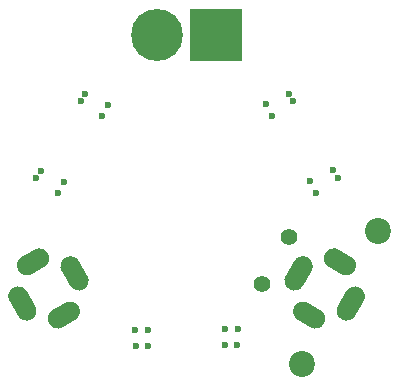
<source format=gtl>
G04 #@! TF.GenerationSoftware,KiCad,Pcbnew,7.0.8-7.0.8~ubuntu22.04.1*
G04 #@! TF.CreationDate,2023-10-26T21:40:47+02:00*
G04 #@! TF.ProjectId,LightPipe_PCB,4c696768-7450-4697-9065-5f5043422e6b,v0.1.2*
G04 #@! TF.SameCoordinates,Original*
G04 #@! TF.FileFunction,Copper,L1,Top*
G04 #@! TF.FilePolarity,Positive*
%FSLAX46Y46*%
G04 Gerber Fmt 4.6, Leading zero omitted, Abs format (unit mm)*
G04 Created by KiCad (PCBNEW 7.0.8-7.0.8~ubuntu22.04.1) date 2023-10-26 21:40:47*
%MOMM*%
%LPD*%
G01*
G04 APERTURE LIST*
G04 #@! TA.AperFunction,ComponentPad*
%ADD10R,4.400000X4.400000*%
G04 #@! TD*
G04 #@! TA.AperFunction,ComponentPad*
%ADD11C,4.400000*%
G04 #@! TD*
G04 #@! TA.AperFunction,ComponentPad*
%ADD12C,2.200000*%
G04 #@! TD*
G04 #@! TA.AperFunction,ComponentPad*
%ADD13C,1.400000*%
G04 #@! TD*
G04 #@! TA.AperFunction,ViaPad*
%ADD14C,0.600000*%
G04 #@! TD*
G04 APERTURE END LIST*
G04 #@! TA.AperFunction,ComponentPad*
G36*
G01*
X137296728Y-97965544D02*
X138335958Y-98565544D01*
G75*
G02*
X138647080Y-99726666I-425000J-736122D01*
G01*
X138647080Y-99726666D01*
G75*
G02*
X137485958Y-100037788I-736122J425000D01*
G01*
X136446728Y-99437788D01*
G75*
G02*
X136135606Y-98276666I425000J736122D01*
G01*
X136135606Y-98276666D01*
G75*
G02*
X137296728Y-97965544I736122J-425000D01*
G01*
G37*
G04 #@! TD.AperFunction*
G04 #@! TA.AperFunction,ComponentPad*
G36*
G01*
X135396856Y-95656218D02*
X136096856Y-94443782D01*
G75*
G02*
X137257978Y-94132660I736122J-425000D01*
G01*
X137257978Y-94132660D01*
G75*
G02*
X137569100Y-95293782I-425000J-736122D01*
G01*
X136869100Y-96506218D01*
G75*
G02*
X135707978Y-96817340I-736122J425000D01*
G01*
X135707978Y-96817340D01*
G75*
G02*
X135396856Y-95656218I425000J736122D01*
G01*
G37*
G04 #@! TD.AperFunction*
G04 #@! TA.AperFunction,ComponentPad*
G36*
G01*
X139813586Y-98206218D02*
X140513586Y-96993782D01*
G75*
G02*
X141674708Y-96682660I736122J-425000D01*
G01*
X141674708Y-96682660D01*
G75*
G02*
X141985830Y-97843782I-425000J-736122D01*
G01*
X141285830Y-99056218D01*
G75*
G02*
X140124708Y-99367340I-736122J425000D01*
G01*
X140124708Y-99367340D01*
G75*
G02*
X139813586Y-98206218I425000J736122D01*
G01*
G37*
G04 #@! TD.AperFunction*
G04 #@! TA.AperFunction,ComponentPad*
G36*
G01*
X139896728Y-93462212D02*
X140935958Y-94062212D01*
G75*
G02*
X141247080Y-95223334I-425000J-736122D01*
G01*
X141247080Y-95223334D01*
G75*
G02*
X140085958Y-95534456I-736122J425000D01*
G01*
X139046728Y-94934456D01*
G75*
G02*
X138735606Y-93773334I425000J736122D01*
G01*
X138735606Y-93773334D01*
G75*
G02*
X139896728Y-93462212I736122J-425000D01*
G01*
G37*
G04 #@! TD.AperFunction*
G04 #@! TA.AperFunction,ComponentPad*
G36*
G01*
X114953272Y-94934456D02*
X113914042Y-95534456D01*
G75*
G02*
X112752920Y-95223334I-425000J736122D01*
G01*
X112752920Y-95223334D01*
G75*
G02*
X113064042Y-94062212I736122J425000D01*
G01*
X114103272Y-93462212D01*
G75*
G02*
X115264394Y-93773334I425000J-736122D01*
G01*
X115264394Y-93773334D01*
G75*
G02*
X114953272Y-94934456I-736122J-425000D01*
G01*
G37*
G04 #@! TD.AperFunction*
G04 #@! TA.AperFunction,ComponentPad*
G36*
G01*
X117903144Y-94443782D02*
X118603144Y-95656218D01*
G75*
G02*
X118292022Y-96817340I-736122J-425000D01*
G01*
X118292022Y-96817340D01*
G75*
G02*
X117130900Y-96506218I-425000J736122D01*
G01*
X116430900Y-95293782D01*
G75*
G02*
X116742022Y-94132660I736122J425000D01*
G01*
X116742022Y-94132660D01*
G75*
G02*
X117903144Y-94443782I425000J-736122D01*
G01*
G37*
G04 #@! TD.AperFunction*
G04 #@! TA.AperFunction,ComponentPad*
G36*
G01*
X113486414Y-96993782D02*
X114186414Y-98206218D01*
G75*
G02*
X113875292Y-99367340I-736122J-425000D01*
G01*
X113875292Y-99367340D01*
G75*
G02*
X112714170Y-99056218I-425000J736122D01*
G01*
X112014170Y-97843782D01*
G75*
G02*
X112325292Y-96682660I736122J425000D01*
G01*
X112325292Y-96682660D01*
G75*
G02*
X113486414Y-96993782I425000J-736122D01*
G01*
G37*
G04 #@! TD.AperFunction*
G04 #@! TA.AperFunction,ComponentPad*
G36*
G01*
X117553272Y-99437788D02*
X116514042Y-100037788D01*
G75*
G02*
X115352920Y-99726666I-425000J736122D01*
G01*
X115352920Y-99726666D01*
G75*
G02*
X115664042Y-98565544I736122J425000D01*
G01*
X116703272Y-97965544D01*
G75*
G02*
X117864394Y-98276666I425000J-736122D01*
G01*
X117864394Y-98276666D01*
G75*
G02*
X117553272Y-99437788I-736122J-425000D01*
G01*
G37*
G04 #@! TD.AperFunction*
D10*
X129500000Y-75300000D03*
D11*
X124500000Y-75300000D03*
D12*
X143240381Y-91870835D03*
D13*
X133384421Y-96341858D03*
D12*
X136740381Y-103129165D03*
D13*
X135684421Y-92358142D03*
D14*
X118374682Y-80273205D03*
X131365209Y-100197189D03*
X119829938Y-82152628D03*
X130265209Y-101497189D03*
X133689888Y-81171995D03*
X118024682Y-80879423D03*
X120379938Y-81200000D03*
X136045144Y-80851418D03*
X131265209Y-101497189D03*
X134239888Y-82124623D03*
X135695144Y-80245200D03*
X130265209Y-100197189D03*
X122748693Y-101605472D03*
X139787711Y-87361563D03*
X137982455Y-88634768D03*
X114294744Y-87426794D03*
X123748693Y-101605472D03*
X116650000Y-87747372D03*
X116100000Y-88700000D03*
X122648693Y-100305472D03*
X123748693Y-100305472D03*
X114644744Y-86820577D03*
X139437711Y-86755345D03*
X137432455Y-87682140D03*
M02*

</source>
